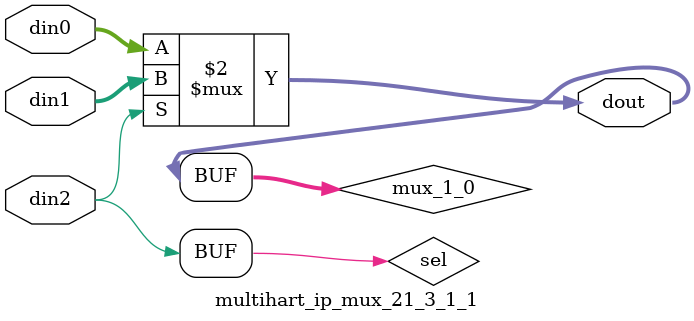
<source format=v>

`timescale 1ns/1ps

module multihart_ip_mux_21_3_1_1 #(
parameter
    ID                = 0,
    NUM_STAGE         = 1,
    din0_WIDTH       = 32,
    din1_WIDTH       = 32,
    din2_WIDTH         = 32,
    dout_WIDTH            = 32
)(
    input  [2 : 0]     din0,
    input  [2 : 0]     din1,
    input  [0 : 0]    din2,
    output [2 : 0]   dout);

// puts internal signals
wire [0 : 0]     sel;
// level 1 signals
wire [2 : 0]         mux_1_0;

assign sel = din2;

// Generate level 1 logic
assign mux_1_0 = (sel[0] == 0)? din0 : din1;

// output logic
assign dout = mux_1_0;

endmodule

</source>
